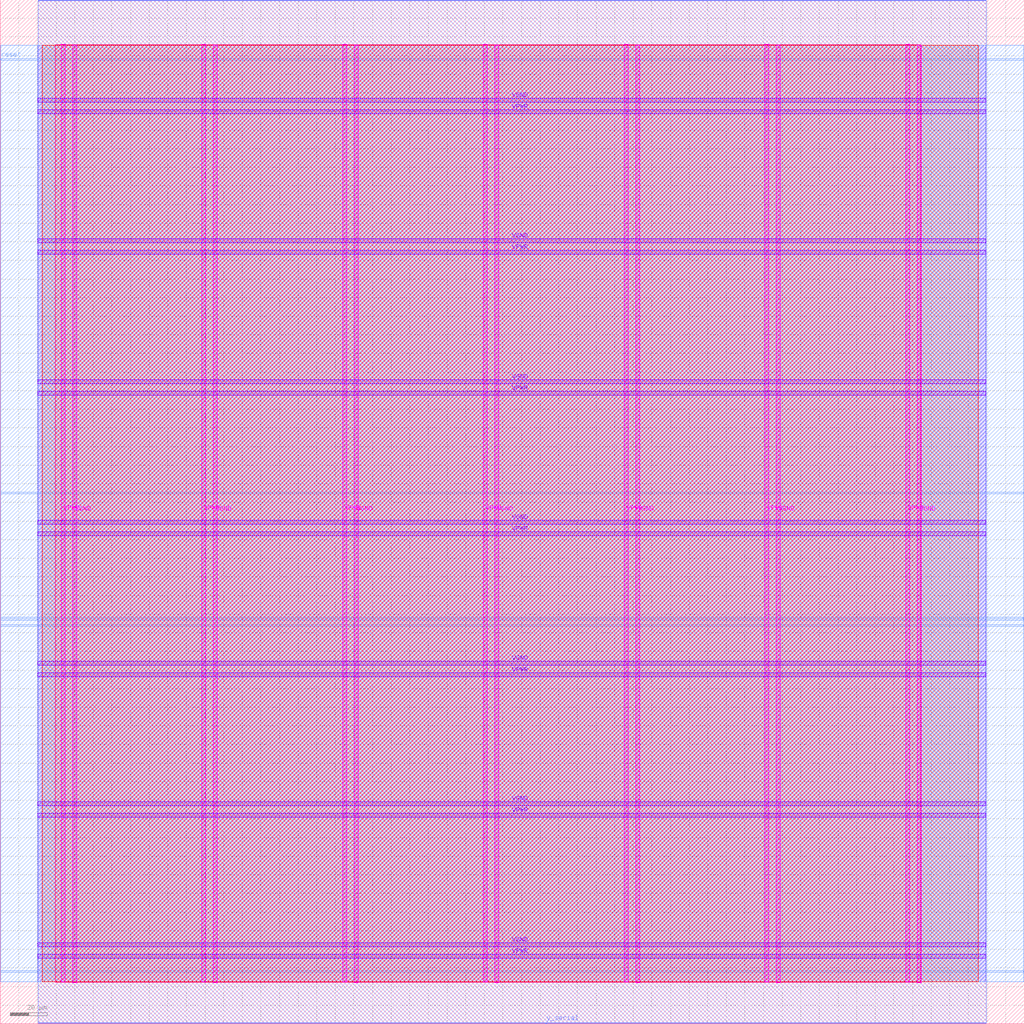
<source format=lef>
VERSION 5.7 ;
  NOWIREEXTENSIONATPIN ON ;
  DIVIDERCHAR "/" ;
  BUSBITCHARS "[]" ;
MACRO top
  CLASS BLOCK ;
  FOREIGN top ;
  ORIGIN 0.000 0.000 ;
  SIZE 550.000 BY 550.000 ;
  PIN VGND
    DIRECTION INOUT ;
    USE GROUND ;
    PORT
      LAYER TopMetal1 ;
        RECT 38.860 22.050 41.060 525.640 ;
    END
    PORT
      LAYER TopMetal1 ;
        RECT 114.460 22.050 116.660 525.640 ;
    END
    PORT
      LAYER TopMetal1 ;
        RECT 190.060 22.050 192.260 525.640 ;
    END
    PORT
      LAYER TopMetal1 ;
        RECT 265.660 22.050 267.860 525.640 ;
    END
    PORT
      LAYER TopMetal1 ;
        RECT 341.260 22.050 343.460 525.640 ;
    END
    PORT
      LAYER TopMetal1 ;
        RECT 416.860 22.050 419.060 525.640 ;
    END
    PORT
      LAYER TopMetal1 ;
        RECT 492.460 22.050 494.660 525.640 ;
    END
    PORT
      LAYER TopMetal2 ;
        RECT 20.160 41.380 529.440 43.580 ;
    END
    PORT
      LAYER TopMetal2 ;
        RECT 20.160 116.980 529.440 119.180 ;
    END
    PORT
      LAYER TopMetal2 ;
        RECT 20.160 192.580 529.440 194.780 ;
    END
    PORT
      LAYER TopMetal2 ;
        RECT 20.160 268.180 529.440 270.380 ;
    END
    PORT
      LAYER TopMetal2 ;
        RECT 20.160 343.780 529.440 345.980 ;
    END
    PORT
      LAYER TopMetal2 ;
        RECT 20.160 419.380 529.440 421.580 ;
    END
    PORT
      LAYER TopMetal2 ;
        RECT 20.160 494.980 529.440 497.180 ;
    END
  END VGND
  PIN VPWR
    DIRECTION INOUT ;
    USE POWER ;
    PORT
      LAYER TopMetal1 ;
        RECT 32.660 22.460 34.860 526.050 ;
    END
    PORT
      LAYER TopMetal1 ;
        RECT 108.260 22.460 110.460 526.050 ;
    END
    PORT
      LAYER TopMetal1 ;
        RECT 183.860 22.460 186.060 526.050 ;
    END
    PORT
      LAYER TopMetal1 ;
        RECT 259.460 22.460 261.660 526.050 ;
    END
    PORT
      LAYER TopMetal1 ;
        RECT 335.060 22.460 337.260 526.050 ;
    END
    PORT
      LAYER TopMetal1 ;
        RECT 410.660 22.460 412.860 526.050 ;
    END
    PORT
      LAYER TopMetal1 ;
        RECT 486.260 22.460 488.460 526.050 ;
    END
    PORT
      LAYER TopMetal2 ;
        RECT 20.160 35.180 529.440 37.380 ;
    END
    PORT
      LAYER TopMetal2 ;
        RECT 20.160 110.780 529.440 112.980 ;
    END
    PORT
      LAYER TopMetal2 ;
        RECT 20.160 186.380 529.440 188.580 ;
    END
    PORT
      LAYER TopMetal2 ;
        RECT 20.160 261.980 529.440 264.180 ;
    END
    PORT
      LAYER TopMetal2 ;
        RECT 20.160 337.580 529.440 339.780 ;
    END
    PORT
      LAYER TopMetal2 ;
        RECT 20.160 413.180 529.440 415.380 ;
    END
    PORT
      LAYER TopMetal2 ;
        RECT 20.160 488.780 529.440 490.980 ;
    END
  END VPWR
  PIN clkA
    DIRECTION INPUT ;
    USE SIGNAL ;
    ANTENNAGATEAREA 1.450800 ;
    PORT
      LAYER Metal3 ;
        RECT 549.600 27.940 550.000 28.340 ;
    END
  END clkA
  PIN reset
    DIRECTION INPUT ;
    USE SIGNAL ;
    ANTENNAGATEAREA 0.180700 ;
    PORT
      LAYER Metal3 ;
        RECT 0.000 517.660 0.400 518.060 ;
    END
  END reset
  PIN spi_miso
    DIRECTION OUTPUT ;
    USE SIGNAL ;
    ANTENNADIFFAREA 0.706800 ;
    PORT
      LAYER Metal3 ;
        RECT 549.600 216.940 550.000 217.340 ;
    END
  END spi_miso
  PIN spi_mosi
    DIRECTION INPUT ;
    USE SIGNAL ;
    ANTENNAGATEAREA 0.180700 ;
    PORT
      LAYER Metal3 ;
        RECT 549.600 284.980 550.000 285.380 ;
    END
  END spi_mosi
  PIN spi_sclk
    DIRECTION INPUT ;
    USE SIGNAL ;
    ANTENNAGATEAREA 1.450800 ;
    PORT
      LAYER Metal3 ;
        RECT 549.600 213.580 550.000 213.980 ;
    END
  END spi_sclk
  PIN spi_ss_n
    DIRECTION INPUT ;
    USE SIGNAL ;
    ANTENNAGATEAREA 0.180700 ;
    PORT
      LAYER Metal3 ;
        RECT 549.600 217.780 550.000 218.180 ;
    END
  END spi_ss_n
  PIN x_serial
    DIRECTION INPUT ;
    USE SIGNAL ;
    ANTENNAGATEAREA 0.180700 ;
    PORT
      LAYER Metal2 ;
        RECT 317.080 549.600 317.480 550.000 ;
    END
  END x_serial
  PIN y_serial
    DIRECTION OUTPUT ;
    USE SIGNAL ;
    ANTENNADIFFAREA 0.708600 ;
    PORT
      LAYER Metal2 ;
        RECT 293.080 0.000 293.480 0.400 ;
    END
  END y_serial
  OBS
      LAYER GatPoly ;
        RECT 20.160 22.530 529.440 525.570 ;
      LAYER Metal1 ;
        RECT 20.160 22.460 529.440 525.640 ;
      LAYER Metal2 ;
        RECT 20.535 549.390 316.870 549.600 ;
        RECT 317.690 549.390 529.545 549.600 ;
        RECT 20.535 0.610 529.545 549.390 ;
        RECT 20.535 0.400 292.870 0.610 ;
        RECT 293.690 0.400 529.545 0.610 ;
      LAYER Metal3 ;
        RECT 0.400 518.270 549.600 525.520 ;
        RECT 0.610 517.450 549.600 518.270 ;
        RECT 0.400 285.590 549.600 517.450 ;
        RECT 0.400 284.770 549.390 285.590 ;
        RECT 0.400 218.390 549.600 284.770 ;
        RECT 0.400 217.570 549.390 218.390 ;
        RECT 0.400 217.550 549.600 217.570 ;
        RECT 0.400 216.730 549.390 217.550 ;
        RECT 0.400 214.190 549.600 216.730 ;
        RECT 0.400 213.370 549.390 214.190 ;
        RECT 0.400 28.550 549.600 213.370 ;
        RECT 0.400 27.730 549.390 28.550 ;
        RECT 0.400 22.580 549.600 27.730 ;
      LAYER Metal4 ;
        RECT 22.460 22.535 525.220 525.565 ;
      LAYER Metal5 ;
        RECT 29.615 22.370 494.525 525.730 ;
  END
END top
END LIBRARY


</source>
